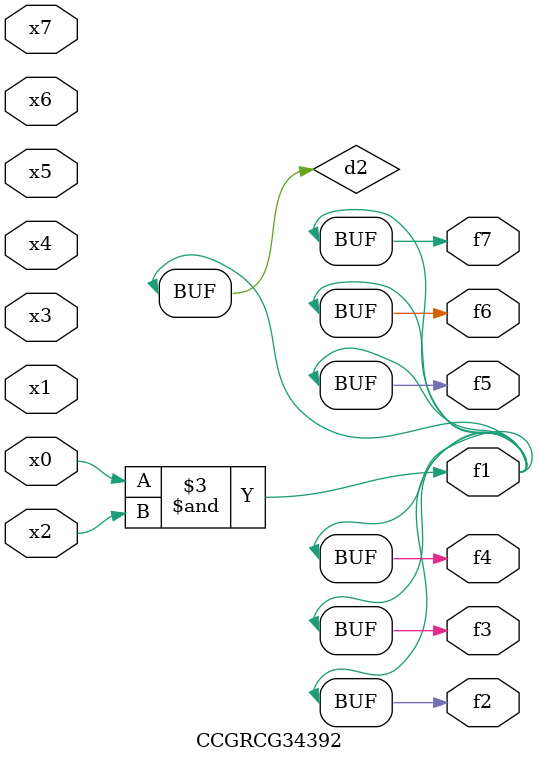
<source format=v>
module CCGRCG34392(
	input x0, x1, x2, x3, x4, x5, x6, x7,
	output f1, f2, f3, f4, f5, f6, f7
);

	wire d1, d2;

	nor (d1, x3, x6);
	and (d2, x0, x2);
	assign f1 = d2;
	assign f2 = d2;
	assign f3 = d2;
	assign f4 = d2;
	assign f5 = d2;
	assign f6 = d2;
	assign f7 = d2;
endmodule

</source>
